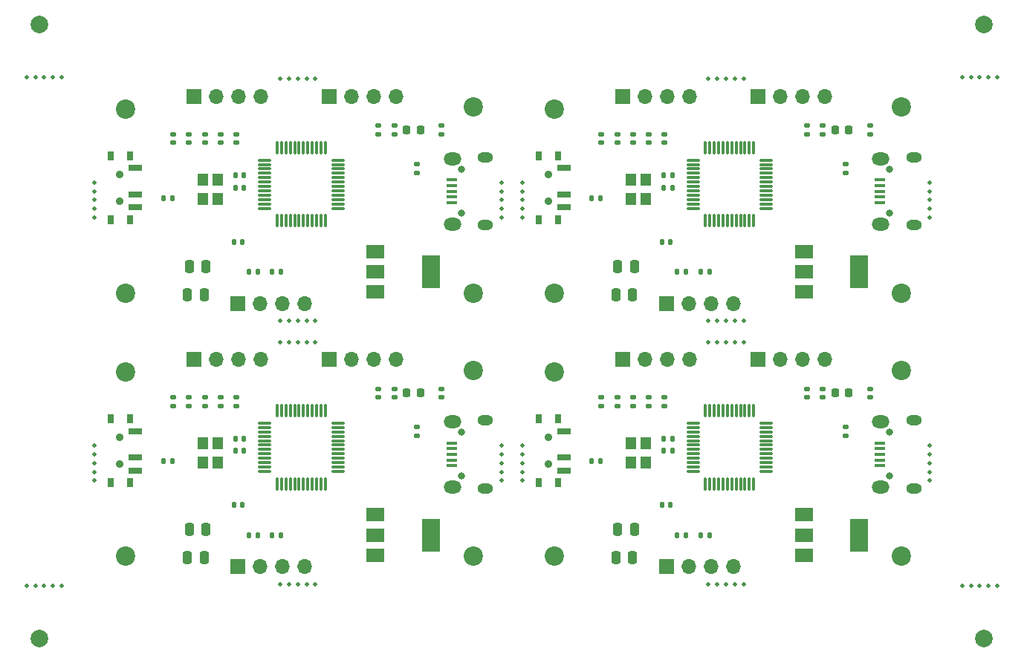
<source format=gbr>
%TF.GenerationSoftware,KiCad,Pcbnew,(6.0.7)*%
%TF.CreationDate,2022-11-18T17:10:50+07:00*%
%TF.ProjectId,test,74657374-2e6b-4696-9361-645f70636258,rev?*%
%TF.SameCoordinates,Original*%
%TF.FileFunction,Soldermask,Top*%
%TF.FilePolarity,Negative*%
%FSLAX46Y46*%
G04 Gerber Fmt 4.6, Leading zero omitted, Abs format (unit mm)*
G04 Created by KiCad (PCBNEW (6.0.7)) date 2022-11-18 17:10:50*
%MOMM*%
%LPD*%
G01*
G04 APERTURE LIST*
G04 Aperture macros list*
%AMRoundRect*
0 Rectangle with rounded corners*
0 $1 Rounding radius*
0 $2 $3 $4 $5 $6 $7 $8 $9 X,Y pos of 4 corners*
0 Add a 4 corners polygon primitive as box body*
4,1,4,$2,$3,$4,$5,$6,$7,$8,$9,$2,$3,0*
0 Add four circle primitives for the rounded corners*
1,1,$1+$1,$2,$3*
1,1,$1+$1,$4,$5*
1,1,$1+$1,$6,$7*
1,1,$1+$1,$8,$9*
0 Add four rect primitives between the rounded corners*
20,1,$1+$1,$2,$3,$4,$5,0*
20,1,$1+$1,$4,$5,$6,$7,0*
20,1,$1+$1,$6,$7,$8,$9,0*
20,1,$1+$1,$8,$9,$2,$3,0*%
G04 Aperture macros list end*
%ADD10R,1.700000X1.700000*%
%ADD11O,1.700000X1.700000*%
%ADD12C,2.200000*%
%ADD13C,0.500000*%
%ADD14C,1.000000*%
%ADD15RoundRect,0.075000X-0.662500X-0.075000X0.662500X-0.075000X0.662500X0.075000X-0.662500X0.075000X0*%
%ADD16RoundRect,0.075000X-0.075000X-0.662500X0.075000X-0.662500X0.075000X0.662500X-0.075000X0.662500X0*%
%ADD17R,0.800000X1.000000*%
%ADD18C,0.900000*%
%ADD19R,1.500000X0.700000*%
%ADD20RoundRect,0.135000X-0.135000X-0.185000X0.135000X-0.185000X0.135000X0.185000X-0.135000X0.185000X0*%
%ADD21RoundRect,0.140000X0.170000X-0.140000X0.170000X0.140000X-0.170000X0.140000X-0.170000X-0.140000X0*%
%ADD22RoundRect,0.140000X0.140000X0.170000X-0.140000X0.170000X-0.140000X-0.170000X0.140000X-0.170000X0*%
%ADD23R,1.200000X1.400000*%
%ADD24O,0.800000X0.800000*%
%ADD25R,1.300000X0.450000*%
%ADD26O,2.000000X1.450000*%
%ADD27O,1.800000X1.150000*%
%ADD28RoundRect,0.218750X0.218750X0.256250X-0.218750X0.256250X-0.218750X-0.256250X0.218750X-0.256250X0*%
%ADD29R,2.000000X1.500000*%
%ADD30R,2.000000X3.800000*%
%ADD31RoundRect,0.135000X-0.185000X0.135000X-0.185000X-0.135000X0.185000X-0.135000X0.185000X0.135000X0*%
%ADD32C,2.000000*%
%ADD33RoundRect,0.250000X-0.250000X-0.475000X0.250000X-0.475000X0.250000X0.475000X-0.250000X0.475000X0*%
%ADD34RoundRect,0.250000X0.250000X0.475000X-0.250000X0.475000X-0.250000X-0.475000X0.250000X-0.475000X0*%
G04 APERTURE END LIST*
D10*
%TO.C,I2C1*%
X39600000Y-78800000D03*
D11*
X42140000Y-78800000D03*
X44680000Y-78800000D03*
X47220000Y-78800000D03*
%TD*%
D12*
%TO.C,H1*%
X26800000Y-77600000D03*
%TD*%
D13*
%TO.C,REF\u002A\u002A*%
X118400000Y-67000000D03*
%TD*%
D14*
%TO.C,REF\u002A\u002A*%
X17000000Y-87000000D03*
%TD*%
D15*
%TO.C,U2*%
X42637500Y-62450000D03*
X42637500Y-62950000D03*
X42637500Y-63450000D03*
X42637500Y-63950000D03*
X42637500Y-64450000D03*
X42637500Y-64950000D03*
X42637500Y-65450000D03*
X42637500Y-65950000D03*
X42637500Y-66450000D03*
X42637500Y-66950000D03*
X42637500Y-67450000D03*
X42637500Y-67950000D03*
D16*
X44050000Y-69362500D03*
X44550000Y-69362500D03*
X45050000Y-69362500D03*
X45550000Y-69362500D03*
X46050000Y-69362500D03*
X46550000Y-69362500D03*
X47050000Y-69362500D03*
X47550000Y-69362500D03*
X48050000Y-69362500D03*
X48550000Y-69362500D03*
X49050000Y-69362500D03*
X49550000Y-69362500D03*
D15*
X50962500Y-67950000D03*
X50962500Y-67450000D03*
X50962500Y-66950000D03*
X50962500Y-66450000D03*
X50962500Y-65950000D03*
X50962500Y-65450000D03*
X50962500Y-64950000D03*
X50962500Y-64450000D03*
X50962500Y-63950000D03*
X50962500Y-63450000D03*
X50962500Y-62950000D03*
X50962500Y-62450000D03*
D16*
X49550000Y-61037500D03*
X49050000Y-61037500D03*
X48550000Y-61037500D03*
X48050000Y-61037500D03*
X47550000Y-61037500D03*
X47050000Y-61037500D03*
X46550000Y-61037500D03*
X46050000Y-61037500D03*
X45550000Y-61037500D03*
X45050000Y-61037500D03*
X44550000Y-61037500D03*
X44050000Y-61037500D03*
%TD*%
D17*
%TO.C,SW1*%
X27255000Y-61950000D03*
X25045000Y-61950000D03*
D18*
X26145000Y-67100000D03*
X26145000Y-64100000D03*
D17*
X25045000Y-69250000D03*
X27255000Y-69250000D03*
D19*
X27905000Y-63350000D03*
X27905000Y-66350000D03*
X27905000Y-67850000D03*
%TD*%
D13*
%TO.C,REF\u002A\u002A*%
X72000000Y-68000000D03*
%TD*%
D20*
%TO.C,R4*%
X92290000Y-45200000D03*
X93310000Y-45200000D03*
%TD*%
D13*
%TO.C,REF\u002A\u002A*%
X19500000Y-81000000D03*
%TD*%
D21*
%TO.C,C7*%
X106200000Y-59480000D03*
X106200000Y-58520000D03*
%TD*%
D13*
%TO.C,REF\u002A\u002A*%
X69600000Y-69000000D03*
%TD*%
D21*
%TO.C,C6*%
X104400000Y-29480000D03*
X104400000Y-28520000D03*
%TD*%
D22*
%TO.C,C10*%
X40280000Y-64200000D03*
X39320000Y-64200000D03*
%TD*%
D21*
%TO.C,C6*%
X104400000Y-59480000D03*
X104400000Y-58520000D03*
%TD*%
D12*
%TO.C,H3*%
X75600000Y-56600000D03*
%TD*%
%TO.C,H3*%
X26800000Y-56600000D03*
%TD*%
D13*
%TO.C,REF\u002A\u002A*%
X48400000Y-80800000D03*
%TD*%
%TO.C,REF\u002A\u002A*%
X72000000Y-36000000D03*
%TD*%
%TO.C,REF\u002A\u002A*%
X118400000Y-68000000D03*
%TD*%
D22*
%TO.C,C10*%
X89080000Y-34200000D03*
X88120000Y-34200000D03*
%TD*%
D21*
%TO.C,C2*%
X82800000Y-60480000D03*
X82800000Y-59520000D03*
%TD*%
D12*
%TO.C,H2*%
X115200000Y-26400000D03*
%TD*%
D13*
%TO.C,REF\u002A\u002A*%
X18500000Y-81000000D03*
%TD*%
D12*
%TO.C,H2*%
X115200000Y-56400000D03*
%TD*%
D13*
%TO.C,REF\u002A\u002A*%
X69600000Y-35000000D03*
%TD*%
%TO.C,REF\u002A\u002A*%
X94200000Y-53200000D03*
%TD*%
D22*
%TO.C,C11*%
X40280000Y-35600000D03*
X39320000Y-35600000D03*
%TD*%
D13*
%TO.C,REF\u002A\u002A*%
X96200000Y-80800000D03*
%TD*%
D10*
%TO.C,USART1*%
X83400000Y-25200000D03*
D11*
X85940000Y-25200000D03*
X88480000Y-25200000D03*
X91020000Y-25200000D03*
%TD*%
D13*
%TO.C,REF\u002A\u002A*%
X16500000Y-81000000D03*
%TD*%
D20*
%TO.C,R3*%
X89600000Y-45200000D03*
X90620000Y-45200000D03*
%TD*%
D22*
%TO.C,C11*%
X40280000Y-65600000D03*
X39320000Y-65600000D03*
%TD*%
D13*
%TO.C,REF\u002A\u002A*%
X23200000Y-35000000D03*
%TD*%
%TO.C,REF\u002A\u002A*%
X123100000Y-23000000D03*
%TD*%
%TO.C,REF\u002A\u002A*%
X97200000Y-23200000D03*
%TD*%
D20*
%TO.C,R1*%
X79890000Y-36800000D03*
X80910000Y-36800000D03*
%TD*%
D13*
%TO.C,REF\u002A\u002A*%
X45400000Y-23200000D03*
%TD*%
D21*
%TO.C,C5*%
X88200000Y-30480000D03*
X88200000Y-29520000D03*
%TD*%
D13*
%TO.C,REF\u002A\u002A*%
X94200000Y-23200000D03*
%TD*%
%TO.C,REF\u002A\u002A*%
X124100000Y-23000000D03*
%TD*%
D12*
%TO.C,H3*%
X26800000Y-26600000D03*
%TD*%
D21*
%TO.C,C6*%
X55600000Y-29480000D03*
X55600000Y-28520000D03*
%TD*%
D13*
%TO.C,REF\u002A\u002A*%
X118400000Y-37000000D03*
%TD*%
%TO.C,REF\u002A\u002A*%
X95200000Y-80800000D03*
%TD*%
D22*
%TO.C,C11*%
X89080000Y-35600000D03*
X88120000Y-35600000D03*
%TD*%
D13*
%TO.C,REF\u002A\u002A*%
X118400000Y-66000000D03*
%TD*%
%TO.C,REF\u002A\u002A*%
X48400000Y-50800000D03*
%TD*%
%TO.C,REF\u002A\u002A*%
X125100000Y-23000000D03*
%TD*%
%TO.C,REF\u002A\u002A*%
X46400000Y-23200000D03*
%TD*%
%TO.C,REF\u002A\u002A*%
X118400000Y-35000000D03*
%TD*%
%TO.C,REF\u002A\u002A*%
X118400000Y-69000000D03*
%TD*%
%TO.C,REF\u002A\u002A*%
X96200000Y-23200000D03*
%TD*%
D15*
%TO.C,U2*%
X42637500Y-32450000D03*
X42637500Y-32950000D03*
X42637500Y-33450000D03*
X42637500Y-33950000D03*
X42637500Y-34450000D03*
X42637500Y-34950000D03*
X42637500Y-35450000D03*
X42637500Y-35950000D03*
X42637500Y-36450000D03*
X42637500Y-36950000D03*
X42637500Y-37450000D03*
X42637500Y-37950000D03*
D16*
X44050000Y-39362500D03*
X44550000Y-39362500D03*
X45050000Y-39362500D03*
X45550000Y-39362500D03*
X46050000Y-39362500D03*
X46550000Y-39362500D03*
X47050000Y-39362500D03*
X47550000Y-39362500D03*
X48050000Y-39362500D03*
X48550000Y-39362500D03*
X49050000Y-39362500D03*
X49550000Y-39362500D03*
D15*
X50962500Y-37950000D03*
X50962500Y-37450000D03*
X50962500Y-36950000D03*
X50962500Y-36450000D03*
X50962500Y-35950000D03*
X50962500Y-35450000D03*
X50962500Y-34950000D03*
X50962500Y-34450000D03*
X50962500Y-33950000D03*
X50962500Y-33450000D03*
X50962500Y-32950000D03*
X50962500Y-32450000D03*
D16*
X49550000Y-31037500D03*
X49050000Y-31037500D03*
X48550000Y-31037500D03*
X48050000Y-31037500D03*
X47550000Y-31037500D03*
X47050000Y-31037500D03*
X46550000Y-31037500D03*
X46050000Y-31037500D03*
X45550000Y-31037500D03*
X45050000Y-31037500D03*
X44550000Y-31037500D03*
X44050000Y-31037500D03*
%TD*%
D12*
%TO.C,H4*%
X66400000Y-77600000D03*
%TD*%
D13*
%TO.C,REF\u002A\u002A*%
X48400000Y-23200000D03*
%TD*%
%TO.C,REF\u002A\u002A*%
X46400000Y-80800000D03*
%TD*%
%TO.C,REF\u002A\u002A*%
X69600000Y-37000000D03*
%TD*%
%TO.C,REF\u002A\u002A*%
X97200000Y-53200000D03*
%TD*%
D12*
%TO.C,H1*%
X75600000Y-77600000D03*
%TD*%
D13*
%TO.C,REF\u002A\u002A*%
X69600000Y-68000000D03*
%TD*%
%TO.C,REF\u002A\u002A*%
X23200000Y-39000000D03*
%TD*%
D21*
%TO.C,C2*%
X34000000Y-60480000D03*
X34000000Y-59520000D03*
%TD*%
D23*
%TO.C,Y1*%
X35550000Y-34700000D03*
X35550000Y-36900000D03*
X37250000Y-36900000D03*
X37250000Y-34700000D03*
%TD*%
D13*
%TO.C,REF\u002A\u002A*%
X118400000Y-39000000D03*
%TD*%
%TO.C,REF\u002A\u002A*%
X23200000Y-69000000D03*
%TD*%
D12*
%TO.C,H1*%
X26800000Y-47600000D03*
%TD*%
D13*
%TO.C,REF\u002A\u002A*%
X23200000Y-36000000D03*
%TD*%
%TO.C,REF\u002A\u002A*%
X72000000Y-39000000D03*
%TD*%
D21*
%TO.C,C4*%
X37600000Y-30480000D03*
X37600000Y-29520000D03*
%TD*%
D13*
%TO.C,REF\u002A\u002A*%
X93200000Y-80800000D03*
%TD*%
%TO.C,REF\u002A\u002A*%
X96200000Y-50800000D03*
%TD*%
D24*
%TO.C,J2*%
X65045000Y-68500000D03*
X65045000Y-63500000D03*
D25*
X63945000Y-67300000D03*
X63945000Y-66650000D03*
X63945000Y-66000000D03*
X63945000Y-65350000D03*
X63945000Y-64700000D03*
D26*
X63995000Y-69725000D03*
D27*
X67795000Y-69875000D03*
X67795000Y-62125000D03*
D26*
X63995000Y-62275000D03*
%TD*%
D28*
%TO.C,L1*%
X60387500Y-59000000D03*
X58812500Y-59000000D03*
%TD*%
D13*
%TO.C,REF\u002A\u002A*%
X15500000Y-23000000D03*
%TD*%
%TO.C,REF\u002A\u002A*%
X95200000Y-53200000D03*
%TD*%
%TO.C,REF\u002A\u002A*%
X122100000Y-23000000D03*
%TD*%
D20*
%TO.C,R4*%
X43490000Y-75200000D03*
X44510000Y-75200000D03*
%TD*%
D22*
%TO.C,C10*%
X89080000Y-64200000D03*
X88120000Y-64200000D03*
%TD*%
%TO.C,C9*%
X40080000Y-71800000D03*
X39120000Y-71800000D03*
%TD*%
D13*
%TO.C,REF\u002A\u002A*%
X46400000Y-53200000D03*
%TD*%
D23*
%TO.C,Y1*%
X84350000Y-34700000D03*
X84350000Y-36900000D03*
X86050000Y-36900000D03*
X86050000Y-34700000D03*
%TD*%
D13*
%TO.C,REF\u002A\u002A*%
X16500000Y-23000000D03*
%TD*%
D21*
%TO.C,C1*%
X81000000Y-30480000D03*
X81000000Y-29520000D03*
%TD*%
D13*
%TO.C,REF\u002A\u002A*%
X23200000Y-38000000D03*
%TD*%
D29*
%TO.C,U1*%
X55250000Y-42900000D03*
D30*
X61550000Y-45200000D03*
D29*
X55250000Y-45200000D03*
X55250000Y-47500000D03*
%TD*%
D13*
%TO.C,REF\u002A\u002A*%
X122100000Y-81000000D03*
%TD*%
D21*
%TO.C,C1*%
X81000000Y-60480000D03*
X81000000Y-59520000D03*
%TD*%
%TO.C,C3*%
X84600000Y-30480000D03*
X84600000Y-29520000D03*
%TD*%
D31*
%TO.C,R2*%
X108800000Y-62890000D03*
X108800000Y-63910000D03*
%TD*%
D10*
%TO.C,I2C1*%
X88400000Y-48800000D03*
D11*
X90940000Y-48800000D03*
X93480000Y-48800000D03*
X96020000Y-48800000D03*
%TD*%
D31*
%TO.C,R2*%
X108800000Y-32890000D03*
X108800000Y-33910000D03*
%TD*%
D13*
%TO.C,REF\u002A\u002A*%
X15500000Y-81000000D03*
%TD*%
%TO.C,REF\u002A\u002A*%
X23200000Y-67000000D03*
%TD*%
%TO.C,REF\u002A\u002A*%
X17500000Y-81000000D03*
%TD*%
D21*
%TO.C,C6*%
X55600000Y-59480000D03*
X55600000Y-58520000D03*
%TD*%
D13*
%TO.C,REF\u002A\u002A*%
X97200000Y-50800000D03*
%TD*%
%TO.C,REF\u002A\u002A*%
X48400000Y-53200000D03*
%TD*%
D10*
%TO.C,J3*%
X50000000Y-25200000D03*
D11*
X52540000Y-25200000D03*
X55080000Y-25200000D03*
X57620000Y-25200000D03*
%TD*%
D13*
%TO.C,REF\u002A\u002A*%
X69600000Y-65000000D03*
%TD*%
D21*
%TO.C,C8*%
X62800000Y-59480000D03*
X62800000Y-58520000D03*
%TD*%
D32*
%TO.C,REF\u002A\u002A*%
X124600000Y-87000000D03*
%TD*%
D13*
%TO.C,REF\u002A\u002A*%
X69600000Y-39000000D03*
%TD*%
%TO.C,REF\u002A\u002A*%
X45400000Y-53200000D03*
%TD*%
%TO.C,REF\u002A\u002A*%
X72000000Y-67000000D03*
%TD*%
D22*
%TO.C,C9*%
X40080000Y-41800000D03*
X39120000Y-41800000D03*
%TD*%
D20*
%TO.C,R1*%
X79890000Y-66800000D03*
X80910000Y-66800000D03*
%TD*%
D21*
%TO.C,C1*%
X32200000Y-60480000D03*
X32200000Y-59520000D03*
%TD*%
D13*
%TO.C,REF\u002A\u002A*%
X45400000Y-80800000D03*
%TD*%
D20*
%TO.C,R1*%
X31090000Y-66800000D03*
X32110000Y-66800000D03*
%TD*%
D10*
%TO.C,USART1*%
X83400000Y-55200000D03*
D11*
X85940000Y-55200000D03*
X88480000Y-55200000D03*
X91020000Y-55200000D03*
%TD*%
D12*
%TO.C,H1*%
X75600000Y-47600000D03*
%TD*%
D10*
%TO.C,J3*%
X98800000Y-55200000D03*
D11*
X101340000Y-55200000D03*
X103880000Y-55200000D03*
X106420000Y-55200000D03*
%TD*%
D20*
%TO.C,R4*%
X43490000Y-45200000D03*
X44510000Y-45200000D03*
%TD*%
D13*
%TO.C,REF\u002A\u002A*%
X72000000Y-66000000D03*
%TD*%
D12*
%TO.C,H2*%
X66400000Y-56400000D03*
%TD*%
D21*
%TO.C,C1*%
X32200000Y-30480000D03*
X32200000Y-29520000D03*
%TD*%
D32*
%TO.C,REF\u002A\u002A*%
X124600000Y-17000000D03*
%TD*%
D13*
%TO.C,REF\u002A\u002A*%
X94200000Y-80800000D03*
%TD*%
%TO.C,REF\u002A\u002A*%
X72000000Y-35000000D03*
%TD*%
D21*
%TO.C,C2*%
X34000000Y-30480000D03*
X34000000Y-29520000D03*
%TD*%
D20*
%TO.C,R1*%
X31090000Y-36800000D03*
X32110000Y-36800000D03*
%TD*%
D28*
%TO.C,L1*%
X60387500Y-29000000D03*
X58812500Y-29000000D03*
%TD*%
D13*
%TO.C,REF\u002A\u002A*%
X23200000Y-68000000D03*
%TD*%
D12*
%TO.C,H4*%
X115200000Y-77600000D03*
%TD*%
D23*
%TO.C,Y1*%
X35550000Y-64700000D03*
X35550000Y-66900000D03*
X37250000Y-66900000D03*
X37250000Y-64700000D03*
%TD*%
D20*
%TO.C,R3*%
X40800000Y-45200000D03*
X41820000Y-45200000D03*
%TD*%
D10*
%TO.C,USART1*%
X34600000Y-25200000D03*
D11*
X37140000Y-25200000D03*
X39680000Y-25200000D03*
X42220000Y-25200000D03*
%TD*%
D13*
%TO.C,REF\u002A\u002A*%
X47400000Y-23200000D03*
%TD*%
%TO.C,REF\u002A\u002A*%
X93200000Y-53200000D03*
%TD*%
%TO.C,REF\u002A\u002A*%
X69600000Y-67000000D03*
%TD*%
%TO.C,REF\u002A\u002A*%
X95200000Y-50800000D03*
%TD*%
D12*
%TO.C,H4*%
X115200000Y-47600000D03*
%TD*%
D13*
%TO.C,REF\u002A\u002A*%
X72000000Y-65000000D03*
%TD*%
D10*
%TO.C,I2C1*%
X88400000Y-78800000D03*
D11*
X90940000Y-78800000D03*
X93480000Y-78800000D03*
X96020000Y-78800000D03*
%TD*%
D13*
%TO.C,REF\u002A\u002A*%
X97200000Y-80800000D03*
%TD*%
D31*
%TO.C,R2*%
X60000000Y-62890000D03*
X60000000Y-63910000D03*
%TD*%
D13*
%TO.C,REF\u002A\u002A*%
X118400000Y-65000000D03*
%TD*%
%TO.C,REF\u002A\u002A*%
X69600000Y-38000000D03*
%TD*%
%TO.C,REF\u002A\u002A*%
X126100000Y-81000000D03*
%TD*%
%TO.C,REF\u002A\u002A*%
X96200000Y-53200000D03*
%TD*%
%TO.C,REF\u002A\u002A*%
X93200000Y-50800000D03*
%TD*%
D32*
%TO.C,REF\u002A\u002A*%
X17000000Y-17000000D03*
%TD*%
D33*
%TO.C,C13*%
X82850000Y-44600000D03*
X84750000Y-44600000D03*
%TD*%
D18*
%TO.C,SW1*%
X26145000Y-37100000D03*
D17*
X25045000Y-39250000D03*
X27255000Y-39250000D03*
X27255000Y-31950000D03*
D18*
X26145000Y-34100000D03*
D17*
X25045000Y-31950000D03*
D19*
X27905000Y-33350000D03*
X27905000Y-36350000D03*
X27905000Y-37850000D03*
%TD*%
D34*
%TO.C,C14*%
X84550000Y-77800000D03*
X82650000Y-77800000D03*
%TD*%
D21*
%TO.C,C2*%
X82800000Y-30480000D03*
X82800000Y-29520000D03*
%TD*%
D12*
%TO.C,H4*%
X66400000Y-47600000D03*
%TD*%
D13*
%TO.C,REF\u002A\u002A*%
X23200000Y-66000000D03*
%TD*%
%TO.C,REF\u002A\u002A*%
X124100000Y-81000000D03*
%TD*%
D12*
%TO.C,H3*%
X75600000Y-26600000D03*
%TD*%
D21*
%TO.C,C7*%
X106200000Y-29480000D03*
X106200000Y-28520000D03*
%TD*%
D22*
%TO.C,C10*%
X40280000Y-34200000D03*
X39320000Y-34200000D03*
%TD*%
D13*
%TO.C,REF\u002A\u002A*%
X47400000Y-50800000D03*
%TD*%
D10*
%TO.C,I2C1*%
X39600000Y-48800000D03*
D11*
X42140000Y-48800000D03*
X44680000Y-48800000D03*
X47220000Y-48800000D03*
%TD*%
D13*
%TO.C,REF\u002A\u002A*%
X72000000Y-38000000D03*
%TD*%
%TO.C,REF\u002A\u002A*%
X23200000Y-37000000D03*
%TD*%
D21*
%TO.C,C4*%
X37600000Y-60480000D03*
X37600000Y-59520000D03*
%TD*%
D12*
%TO.C,H2*%
X66400000Y-26400000D03*
%TD*%
D10*
%TO.C,USART1*%
X34600000Y-55200000D03*
D11*
X37140000Y-55200000D03*
X39680000Y-55200000D03*
X42220000Y-55200000D03*
%TD*%
D21*
%TO.C,C3*%
X35800000Y-30480000D03*
X35800000Y-29520000D03*
%TD*%
D31*
%TO.C,R2*%
X60000000Y-32890000D03*
X60000000Y-33910000D03*
%TD*%
D15*
%TO.C,U2*%
X91437500Y-32450000D03*
X91437500Y-32950000D03*
X91437500Y-33450000D03*
X91437500Y-33950000D03*
X91437500Y-34450000D03*
X91437500Y-34950000D03*
X91437500Y-35450000D03*
X91437500Y-35950000D03*
X91437500Y-36450000D03*
X91437500Y-36950000D03*
X91437500Y-37450000D03*
X91437500Y-37950000D03*
D16*
X92850000Y-39362500D03*
X93350000Y-39362500D03*
X93850000Y-39362500D03*
X94350000Y-39362500D03*
X94850000Y-39362500D03*
X95350000Y-39362500D03*
X95850000Y-39362500D03*
X96350000Y-39362500D03*
X96850000Y-39362500D03*
X97350000Y-39362500D03*
X97850000Y-39362500D03*
X98350000Y-39362500D03*
D15*
X99762500Y-37950000D03*
X99762500Y-37450000D03*
X99762500Y-36950000D03*
X99762500Y-36450000D03*
X99762500Y-35950000D03*
X99762500Y-35450000D03*
X99762500Y-34950000D03*
X99762500Y-34450000D03*
X99762500Y-33950000D03*
X99762500Y-33450000D03*
X99762500Y-32950000D03*
X99762500Y-32450000D03*
D16*
X98350000Y-31037500D03*
X97850000Y-31037500D03*
X97350000Y-31037500D03*
X96850000Y-31037500D03*
X96350000Y-31037500D03*
X95850000Y-31037500D03*
X95350000Y-31037500D03*
X94850000Y-31037500D03*
X94350000Y-31037500D03*
X93850000Y-31037500D03*
X93350000Y-31037500D03*
X92850000Y-31037500D03*
%TD*%
D13*
%TO.C,REF\u002A\u002A*%
X69600000Y-36000000D03*
%TD*%
D34*
%TO.C,C14*%
X84550000Y-47800000D03*
X82650000Y-47800000D03*
%TD*%
D33*
%TO.C,C13*%
X34050000Y-74600000D03*
X35950000Y-74600000D03*
%TD*%
D13*
%TO.C,REF\u002A\u002A*%
X123100000Y-81000000D03*
%TD*%
%TO.C,REF\u002A\u002A*%
X44400000Y-53200000D03*
%TD*%
D34*
%TO.C,C14*%
X35750000Y-77800000D03*
X33850000Y-77800000D03*
%TD*%
D13*
%TO.C,REF\u002A\u002A*%
X69600000Y-66000000D03*
%TD*%
D20*
%TO.C,R3*%
X40800000Y-75200000D03*
X41820000Y-75200000D03*
%TD*%
D13*
%TO.C,REF\u002A\u002A*%
X44400000Y-80800000D03*
%TD*%
%TO.C,REF\u002A\u002A*%
X118400000Y-38000000D03*
%TD*%
%TO.C,REF\u002A\u002A*%
X126100000Y-23000000D03*
%TD*%
%TO.C,REF\u002A\u002A*%
X46400000Y-50800000D03*
%TD*%
%TO.C,REF\u002A\u002A*%
X47400000Y-80800000D03*
%TD*%
%TO.C,REF\u002A\u002A*%
X72000000Y-37000000D03*
%TD*%
D21*
%TO.C,C5*%
X39400000Y-30480000D03*
X39400000Y-29520000D03*
%TD*%
D13*
%TO.C,REF\u002A\u002A*%
X93200000Y-23200000D03*
%TD*%
D17*
%TO.C,SW1*%
X73845000Y-39250000D03*
X73845000Y-31950000D03*
D18*
X74945000Y-34100000D03*
X74945000Y-37100000D03*
D17*
X76055000Y-31950000D03*
X76055000Y-39250000D03*
D19*
X76705000Y-33350000D03*
X76705000Y-36350000D03*
X76705000Y-37850000D03*
%TD*%
D22*
%TO.C,C9*%
X88880000Y-71800000D03*
X87920000Y-71800000D03*
%TD*%
D21*
%TO.C,C5*%
X39400000Y-60480000D03*
X39400000Y-59520000D03*
%TD*%
D13*
%TO.C,REF\u002A\u002A*%
X94200000Y-50800000D03*
%TD*%
D21*
%TO.C,C5*%
X88200000Y-60480000D03*
X88200000Y-59520000D03*
%TD*%
%TO.C,C3*%
X84600000Y-60480000D03*
X84600000Y-59520000D03*
%TD*%
D32*
%TO.C,REF\u002A\u002A*%
X17000000Y-87000000D03*
%TD*%
D20*
%TO.C,R4*%
X92290000Y-75200000D03*
X93310000Y-75200000D03*
%TD*%
D22*
%TO.C,C11*%
X89080000Y-65600000D03*
X88120000Y-65600000D03*
%TD*%
%TO.C,C9*%
X88880000Y-41800000D03*
X87920000Y-41800000D03*
%TD*%
D21*
%TO.C,C8*%
X111600000Y-59480000D03*
X111600000Y-58520000D03*
%TD*%
D13*
%TO.C,REF\u002A\u002A*%
X118400000Y-36000000D03*
%TD*%
D15*
%TO.C,U2*%
X91437500Y-62450000D03*
X91437500Y-62950000D03*
X91437500Y-63450000D03*
X91437500Y-63950000D03*
X91437500Y-64450000D03*
X91437500Y-64950000D03*
X91437500Y-65450000D03*
X91437500Y-65950000D03*
X91437500Y-66450000D03*
X91437500Y-66950000D03*
X91437500Y-67450000D03*
X91437500Y-67950000D03*
D16*
X92850000Y-69362500D03*
X93350000Y-69362500D03*
X93850000Y-69362500D03*
X94350000Y-69362500D03*
X94850000Y-69362500D03*
X95350000Y-69362500D03*
X95850000Y-69362500D03*
X96350000Y-69362500D03*
X96850000Y-69362500D03*
X97350000Y-69362500D03*
X97850000Y-69362500D03*
X98350000Y-69362500D03*
D15*
X99762500Y-67950000D03*
X99762500Y-67450000D03*
X99762500Y-66950000D03*
X99762500Y-66450000D03*
X99762500Y-65950000D03*
X99762500Y-65450000D03*
X99762500Y-64950000D03*
X99762500Y-64450000D03*
X99762500Y-63950000D03*
X99762500Y-63450000D03*
X99762500Y-62950000D03*
X99762500Y-62450000D03*
D16*
X98350000Y-61037500D03*
X97850000Y-61037500D03*
X97350000Y-61037500D03*
X96850000Y-61037500D03*
X96350000Y-61037500D03*
X95850000Y-61037500D03*
X95350000Y-61037500D03*
X94850000Y-61037500D03*
X94350000Y-61037500D03*
X93850000Y-61037500D03*
X93350000Y-61037500D03*
X92850000Y-61037500D03*
%TD*%
D21*
%TO.C,C3*%
X35800000Y-60480000D03*
X35800000Y-59520000D03*
%TD*%
D10*
%TO.C,J3*%
X50000000Y-55200000D03*
D11*
X52540000Y-55200000D03*
X55080000Y-55200000D03*
X57620000Y-55200000D03*
%TD*%
D21*
%TO.C,C8*%
X62800000Y-29480000D03*
X62800000Y-28520000D03*
%TD*%
D13*
%TO.C,REF\u002A\u002A*%
X19500000Y-23000000D03*
%TD*%
D24*
%TO.C,J2*%
X113845000Y-63500000D03*
X113845000Y-68500000D03*
D25*
X112745000Y-67300000D03*
X112745000Y-66650000D03*
X112745000Y-66000000D03*
X112745000Y-65350000D03*
X112745000Y-64700000D03*
D27*
X116595000Y-62125000D03*
D26*
X112795000Y-69725000D03*
D27*
X116595000Y-69875000D03*
D26*
X112795000Y-62275000D03*
%TD*%
D13*
%TO.C,REF\u002A\u002A*%
X18500000Y-23000000D03*
%TD*%
D24*
%TO.C,J2*%
X113845000Y-38500000D03*
X113845000Y-33500000D03*
D25*
X112745000Y-37300000D03*
X112745000Y-36650000D03*
X112745000Y-36000000D03*
X112745000Y-35350000D03*
X112745000Y-34700000D03*
D27*
X116595000Y-32125000D03*
D26*
X112795000Y-39725000D03*
D27*
X116595000Y-39875000D03*
D26*
X112795000Y-32275000D03*
%TD*%
D33*
%TO.C,C13*%
X34050000Y-44600000D03*
X35950000Y-44600000D03*
%TD*%
D21*
%TO.C,C8*%
X111600000Y-29480000D03*
X111600000Y-28520000D03*
%TD*%
D20*
%TO.C,R3*%
X89600000Y-75200000D03*
X90620000Y-75200000D03*
%TD*%
D28*
%TO.C,L1*%
X109187500Y-29000000D03*
X107612500Y-29000000D03*
%TD*%
D13*
%TO.C,REF\u002A\u002A*%
X47400000Y-53200000D03*
%TD*%
%TO.C,REF\u002A\u002A*%
X44400000Y-23200000D03*
%TD*%
%TO.C,REF\u002A\u002A*%
X17500000Y-23000000D03*
%TD*%
D21*
%TO.C,C4*%
X86400000Y-60480000D03*
X86400000Y-59520000D03*
%TD*%
D13*
%TO.C,REF\u002A\u002A*%
X45400000Y-50800000D03*
%TD*%
D21*
%TO.C,C4*%
X86400000Y-30480000D03*
X86400000Y-29520000D03*
%TD*%
D29*
%TO.C,U1*%
X104050000Y-72900000D03*
X104050000Y-75200000D03*
D30*
X110350000Y-75200000D03*
D29*
X104050000Y-77500000D03*
%TD*%
D13*
%TO.C,REF\u002A\u002A*%
X72000000Y-69000000D03*
%TD*%
D29*
%TO.C,U1*%
X104050000Y-42900000D03*
D30*
X110350000Y-45200000D03*
D29*
X104050000Y-45200000D03*
X104050000Y-47500000D03*
%TD*%
D13*
%TO.C,REF\u002A\u002A*%
X44400000Y-50800000D03*
%TD*%
D14*
%TO.C,REF\u002A\u002A*%
X124600000Y-17000000D03*
%TD*%
D10*
%TO.C,J3*%
X98800000Y-25200000D03*
D11*
X101340000Y-25200000D03*
X103880000Y-25200000D03*
X106420000Y-25200000D03*
%TD*%
D14*
%TO.C,REF\u002A\u002A*%
X17000000Y-17000000D03*
%TD*%
D28*
%TO.C,L1*%
X109187500Y-59000000D03*
X107612500Y-59000000D03*
%TD*%
D18*
%TO.C,SW1*%
X74945000Y-64100000D03*
D17*
X76055000Y-69250000D03*
X76055000Y-61950000D03*
X73845000Y-69250000D03*
X73845000Y-61950000D03*
D18*
X74945000Y-67100000D03*
D19*
X76705000Y-63350000D03*
X76705000Y-66350000D03*
X76705000Y-67850000D03*
%TD*%
D13*
%TO.C,REF\u002A\u002A*%
X23200000Y-65000000D03*
%TD*%
D34*
%TO.C,C14*%
X35750000Y-47800000D03*
X33850000Y-47800000D03*
%TD*%
D21*
%TO.C,C7*%
X57400000Y-59480000D03*
X57400000Y-58520000D03*
%TD*%
D29*
%TO.C,U1*%
X55250000Y-72900000D03*
D30*
X61550000Y-75200000D03*
D29*
X55250000Y-75200000D03*
X55250000Y-77500000D03*
%TD*%
D23*
%TO.C,Y1*%
X84350000Y-64700000D03*
X84350000Y-66900000D03*
X86050000Y-66900000D03*
X86050000Y-64700000D03*
%TD*%
D13*
%TO.C,REF\u002A\u002A*%
X125100000Y-81000000D03*
%TD*%
D33*
%TO.C,C13*%
X82850000Y-74600000D03*
X84750000Y-74600000D03*
%TD*%
D13*
%TO.C,REF\u002A\u002A*%
X95200000Y-23200000D03*
%TD*%
D21*
%TO.C,C7*%
X57400000Y-29480000D03*
X57400000Y-28520000D03*
%TD*%
D24*
%TO.C,J2*%
X65045000Y-33500000D03*
X65045000Y-38500000D03*
D25*
X63945000Y-37300000D03*
X63945000Y-36650000D03*
X63945000Y-36000000D03*
X63945000Y-35350000D03*
X63945000Y-34700000D03*
D27*
X67795000Y-32125000D03*
D26*
X63995000Y-32275000D03*
D27*
X67795000Y-39875000D03*
D26*
X63995000Y-39725000D03*
%TD*%
M02*

</source>
